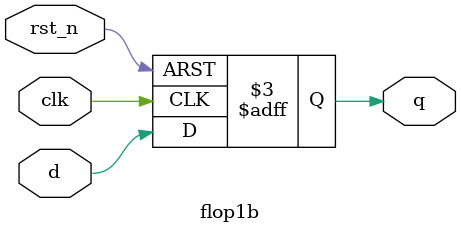
<source format=v>
module flop1b(q, d, clk, rst_n);
  input d;
  input clk, rst_n;
  output reg q;

  always @(posedge clk, negedge rst_n) begin
    if(~rst_n) begin
      q <= 1'b0;
    end
    else begin
      q <= d;
    end
  end
endmodule

</source>
